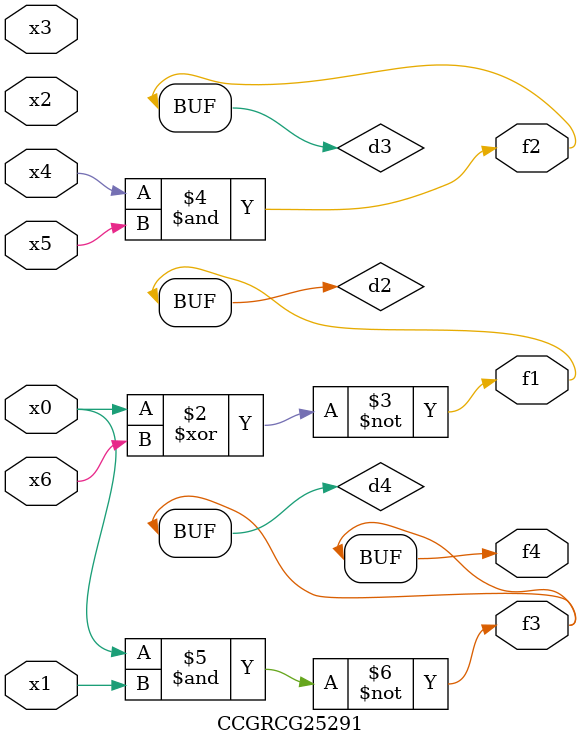
<source format=v>
module CCGRCG25291(
	input x0, x1, x2, x3, x4, x5, x6,
	output f1, f2, f3, f4
);

	wire d1, d2, d3, d4;

	nor (d1, x0);
	xnor (d2, x0, x6);
	and (d3, x4, x5);
	nand (d4, x0, x1);
	assign f1 = d2;
	assign f2 = d3;
	assign f3 = d4;
	assign f4 = d4;
endmodule

</source>
